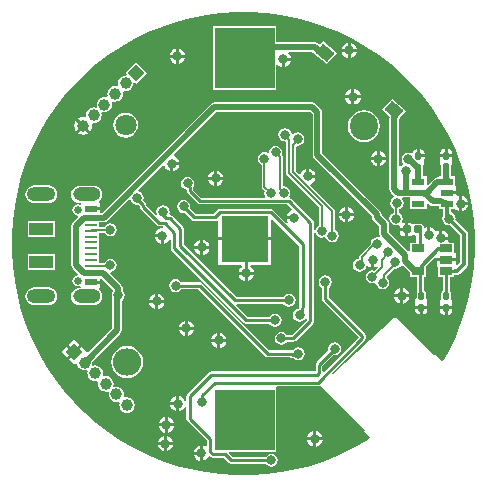
<source format=gbl>
G04*
G04 #@! TF.GenerationSoftware,Altium Limited,Altium Designer,21.0.8 (223)*
G04*
G04 Layer_Physical_Order=2*
G04 Layer_Color=16711680*
%FSLAX25Y25*%
%MOIN*%
G70*
G04*
G04 #@! TF.SameCoordinates,24BCDA9A-42F1-41D6-B0A9-C8EBA0504D6D*
G04*
G04*
G04 #@! TF.FilePolarity,Positive*
G04*
G01*
G75*
%ADD14C,0.01000*%
%ADD15C,0.00591*%
G04:AMPARAMS|DCode=16|XSize=23.62mil|YSize=23.62mil|CornerRadius=2.36mil|HoleSize=0mil|Usage=FLASHONLY|Rotation=270.000|XOffset=0mil|YOffset=0mil|HoleType=Round|Shape=RoundedRectangle|*
%AMROUNDEDRECTD16*
21,1,0.02362,0.01890,0,0,270.0*
21,1,0.01890,0.02362,0,0,270.0*
1,1,0.00472,-0.00945,-0.00945*
1,1,0.00472,-0.00945,0.00945*
1,1,0.00472,0.00945,0.00945*
1,1,0.00472,0.00945,-0.00945*
%
%ADD16ROUNDEDRECTD16*%
%ADD26R,0.04331X0.02362*%
G04:AMPARAMS|DCode=27|XSize=19.68mil|YSize=23.62mil|CornerRadius=1.97mil|HoleSize=0mil|Usage=FLASHONLY|Rotation=0.000|XOffset=0mil|YOffset=0mil|HoleType=Round|Shape=RoundedRectangle|*
%AMROUNDEDRECTD27*
21,1,0.01968,0.01968,0,0,0.0*
21,1,0.01575,0.02362,0,0,0.0*
1,1,0.00394,0.00787,-0.00984*
1,1,0.00394,-0.00787,-0.00984*
1,1,0.00394,-0.00787,0.00984*
1,1,0.00394,0.00787,0.00984*
%
%ADD27ROUNDEDRECTD27*%
%ADD75C,0.01968*%
%ADD76C,0.02362*%
%ADD77C,0.02480*%
%ADD78O,0.09118X0.04559*%
%ADD79O,0.09449X0.04724*%
%ADD80C,0.07087*%
%ADD81C,0.09449*%
%ADD82O,0.09449X0.09055*%
%ADD83C,0.03937*%
%ADD84P,0.05568X4X270.0*%
%ADD85P,0.05568X4X360.0*%
%ADD86C,0.03150*%
%ADD87R,0.03937X0.02047*%
%ADD88R,0.03937X0.01063*%
%ADD89R,0.07874X0.03937*%
%ADD90R,0.15590X0.15590*%
%ADD91R,0.20079X0.20079*%
G04:AMPARAMS|DCode=92|XSize=50mil|YSize=39.37mil|CornerRadius=0mil|HoleSize=0mil|Usage=FLASHONLY|Rotation=320.000|XOffset=0mil|YOffset=0mil|HoleType=Round|Shape=Rectangle|*
%AMROTATEDRECTD92*
4,1,4,-0.03180,0.00099,-0.00650,0.03115,0.03180,-0.00099,0.00650,-0.03115,-0.03180,0.00099,0.0*
%
%ADD92ROTATEDRECTD92*%

%ADD93R,0.04331X0.02559*%
%ADD94C,0.01378*%
G36*
X558468Y313365D02*
X563483Y312704D01*
X568445Y311718D01*
X573332Y310408D01*
X578123Y308782D01*
X582797Y306846D01*
X587334Y304608D01*
X591716Y302079D01*
X595922Y299268D01*
X599936Y296188D01*
X603740Y292852D01*
X607317Y289275D01*
X610653Y285471D01*
X613732Y281458D01*
X616543Y277251D01*
X619073Y272870D01*
X621310Y268332D01*
X623246Y263658D01*
X624873Y258868D01*
X626182Y253981D01*
X627169Y249019D01*
X627829Y244003D01*
X628160Y238955D01*
Y236425D01*
Y233896D01*
X627829Y228847D01*
X627169Y223831D01*
X626182Y218869D01*
X624873Y213983D01*
X623246Y209192D01*
X621310Y204518D01*
X619073Y199981D01*
X617564Y197367D01*
X617068Y197302D01*
X614811Y199560D01*
X614629Y199364D01*
X614129Y199354D01*
X602017Y211466D01*
X601803Y211555D01*
X601594Y211653D01*
X601579Y211647D01*
X601565Y211653D01*
X601351Y211565D01*
X601134Y211486D01*
X580884Y192974D01*
X580538Y193336D01*
X591317Y204115D01*
X591558Y204475D01*
X591643Y204901D01*
X591643Y204901D01*
Y205729D01*
X591558Y206155D01*
X591317Y206515D01*
X591317Y206515D01*
X579261Y218571D01*
Y221761D01*
X579711Y222061D01*
X580189Y222777D01*
X580357Y223622D01*
X580189Y224467D01*
X579711Y225183D01*
X578995Y225662D01*
X578150Y225830D01*
X577305Y225662D01*
X576588Y225183D01*
X576110Y224467D01*
X575942Y223622D01*
X576110Y222777D01*
X576588Y222061D01*
X577038Y221761D01*
Y218110D01*
X577038Y218110D01*
X577122Y217685D01*
X577363Y217324D01*
X589372Y205315D01*
X577677Y193620D01*
X577177Y193827D01*
Y195610D01*
X580806Y199239D01*
X581336Y199133D01*
X582181Y199301D01*
X582897Y199780D01*
X583376Y200496D01*
X583544Y201341D01*
X583376Y202186D01*
X582897Y202902D01*
X582181Y203381D01*
X581336Y203549D01*
X580491Y203381D01*
X579775Y202902D01*
X579296Y202186D01*
X579129Y201341D01*
X579234Y200811D01*
X575279Y196856D01*
X575038Y196496D01*
X574954Y196070D01*
X574954Y196070D01*
Y193849D01*
X574933Y193828D01*
X540158D01*
X540158Y193828D01*
X539732Y193744D01*
X539371Y193503D01*
X539371Y193503D01*
X532186Y186318D01*
X531945Y185957D01*
X531860Y185531D01*
X531860Y185531D01*
Y184171D01*
X531360Y184072D01*
X531237Y184369D01*
X530825Y184907D01*
X530287Y185320D01*
X529660Y185579D01*
X529488Y185602D01*
Y183071D01*
Y180540D01*
X529660Y180562D01*
X530287Y180822D01*
X530825Y181235D01*
X531237Y181772D01*
X531360Y182070D01*
X531860Y181970D01*
Y178051D01*
X531860Y178051D01*
X531945Y177626D01*
X532186Y177265D01*
X538628Y170823D01*
Y169006D01*
X538503Y168944D01*
X538128Y168806D01*
X537554Y169044D01*
X537382Y169067D01*
Y166535D01*
Y164004D01*
X537554Y164027D01*
X538180Y164286D01*
X538718Y164699D01*
X539131Y165237D01*
X539184Y165366D01*
X539774Y165483D01*
X539823Y165434D01*
X539823Y165434D01*
X540184Y165193D01*
X540610Y165109D01*
X544343D01*
X546056Y163395D01*
X546056Y163395D01*
X546417Y163154D01*
X546842Y163069D01*
X546842Y163069D01*
X558304D01*
X558604Y162620D01*
X559320Y162142D01*
X560165Y161974D01*
X561010Y162142D01*
X561726Y162620D01*
X562205Y163336D01*
X562373Y164181D01*
X562205Y165026D01*
X561726Y165742D01*
X561010Y166221D01*
X560165Y166389D01*
X559320Y166221D01*
X558604Y165742D01*
X558304Y165293D01*
X547303D01*
X545982Y166614D01*
X546189Y167114D01*
X561894D01*
Y188374D01*
X561894D01*
X561955Y188849D01*
X575591D01*
X575591Y188849D01*
X576016Y188933D01*
X576303Y189125D01*
X576645Y188975D01*
X576782Y188873D01*
X576849Y188710D01*
X576928Y188492D01*
X576942Y188486D01*
X576948Y188472D01*
X590611Y174809D01*
X591021Y174639D01*
X591102Y174532D01*
X591262Y174164D01*
X591133Y174024D01*
X593038Y172120D01*
X592989Y171622D01*
X591716Y170772D01*
X587334Y168242D01*
X582797Y166005D01*
X578123Y164068D01*
X573332Y162442D01*
X568445Y161133D01*
X563483Y160146D01*
X558468Y159485D01*
X553419Y159155D01*
X548360D01*
X543312Y159485D01*
X538296Y160146D01*
X533334Y161133D01*
X528447Y162442D01*
X523657Y164068D01*
X518983Y166005D01*
X514445Y168242D01*
X510064Y170772D01*
X505857Y173582D01*
X501844Y176662D01*
X498040Y179998D01*
X494462Y183575D01*
X491127Y187379D01*
X488047Y191393D01*
X485236Y195599D01*
X482707Y199981D01*
X480469Y204518D01*
X478533Y209192D01*
X476907Y213983D01*
X475597Y218869D01*
X474610Y223831D01*
X473950Y228847D01*
X473619Y233896D01*
Y236425D01*
Y238955D01*
X473950Y244003D01*
X474610Y249019D01*
X475597Y253981D01*
X476907Y258868D01*
X478533Y263658D01*
X480469Y268332D01*
X482707Y272870D01*
X485236Y277251D01*
X488047Y281458D01*
X491127Y285471D01*
X494462Y289275D01*
X498040Y292852D01*
X501844Y296188D01*
X505857Y299268D01*
X510064Y302079D01*
X514445Y304608D01*
X518983Y306846D01*
X523657Y308782D01*
X528447Y310408D01*
X533334Y311718D01*
X538296Y312704D01*
X543312Y313365D01*
X548360Y313696D01*
X553419D01*
X558468Y313365D01*
D02*
G37*
%LPC*%
G36*
X586639Y303342D02*
Y301310D01*
X588670D01*
X588648Y301483D01*
X588388Y302109D01*
X587976Y302647D01*
X587438Y303060D01*
X586811Y303319D01*
X586639Y303342D01*
D02*
G37*
G36*
X585639D02*
X585467Y303319D01*
X584841Y303060D01*
X584303Y302647D01*
X583890Y302109D01*
X583631Y301483D01*
X583608Y301310D01*
X585639D01*
Y303342D01*
D02*
G37*
G36*
X529375Y301450D02*
Y299419D01*
X531406D01*
X531384Y299591D01*
X531124Y300218D01*
X530711Y300756D01*
X530173Y301168D01*
X529547Y301428D01*
X529375Y301450D01*
D02*
G37*
G36*
X528375D02*
X528203Y301428D01*
X527576Y301168D01*
X527039Y300756D01*
X526626Y300218D01*
X526367Y299591D01*
X526344Y299419D01*
X528375D01*
Y301450D01*
D02*
G37*
G36*
X588670Y300310D02*
X586639D01*
Y298279D01*
X586811Y298302D01*
X587438Y298561D01*
X587976Y298974D01*
X588388Y299512D01*
X588648Y300138D01*
X588670Y300310D01*
D02*
G37*
G36*
X585639D02*
X583608D01*
X583631Y300138D01*
X583890Y299512D01*
X584303Y298974D01*
X584841Y298561D01*
X585467Y298302D01*
X585639Y298279D01*
Y300310D01*
D02*
G37*
G36*
X531406Y298419D02*
X529375D01*
Y296388D01*
X529547Y296411D01*
X530173Y296670D01*
X530711Y297083D01*
X531124Y297621D01*
X531384Y298247D01*
X531406Y298419D01*
D02*
G37*
G36*
X528375D02*
X526344D01*
X526367Y298247D01*
X526626Y297621D01*
X527039Y297083D01*
X527576Y296670D01*
X528203Y296411D01*
X528375Y296388D01*
Y298419D01*
D02*
G37*
G36*
X561894Y308846D02*
X540634D01*
Y287587D01*
X561894D01*
Y295815D01*
X562123Y295955D01*
X562394Y296023D01*
X562861Y295664D01*
X563488Y295404D01*
X563660Y295382D01*
Y297913D01*
X564160D01*
Y298413D01*
X566691D01*
X566668Y298585D01*
X566409Y299212D01*
X565996Y299749D01*
X565848Y299863D01*
X566018Y300363D01*
X573754D01*
X574162Y300121D01*
X578897Y296148D01*
X582187Y300068D01*
X577452Y304042D01*
X576582Y303004D01*
X576082Y302982D01*
X575961Y303104D01*
X575440Y303452D01*
X574825Y303574D01*
X574825Y303574D01*
X561894D01*
Y308846D01*
D02*
G37*
G36*
X566691Y297413D02*
X564660D01*
Y295382D01*
X564832Y295404D01*
X565458Y295664D01*
X565996Y296077D01*
X566409Y296614D01*
X566668Y297241D01*
X566691Y297413D01*
D02*
G37*
G36*
X515169Y297001D02*
X511551Y293382D01*
X512056Y292876D01*
X511823Y292403D01*
X511634Y292428D01*
X510966Y292340D01*
X510343Y292082D01*
X509809Y291672D01*
X509399Y291137D01*
X509141Y290515D01*
X509053Y289847D01*
X509141Y289178D01*
X508767Y288804D01*
X508098Y288892D01*
X507430Y288804D01*
X506808Y288546D01*
X506273Y288136D01*
X505863Y287602D01*
X505605Y286979D01*
X505517Y286311D01*
X505605Y285643D01*
X505231Y285269D01*
X504563Y285357D01*
X503895Y285269D01*
X503272Y285011D01*
X502738Y284601D01*
X502328Y284066D01*
X502070Y283443D01*
X501982Y282775D01*
X502070Y282107D01*
X501695Y281733D01*
X501027Y281821D01*
X500359Y281733D01*
X499737Y281475D01*
X499202Y281065D01*
X498792Y280531D01*
X498534Y279908D01*
X498446Y279240D01*
X498471Y279053D01*
X498436Y278974D01*
X498022Y278629D01*
X497492Y278698D01*
X496717Y278596D01*
X495995Y278297D01*
X495775Y278129D01*
X497845Y276058D01*
X499916Y273987D01*
X500085Y274207D01*
X500384Y274929D01*
X500486Y275704D01*
X500416Y276235D01*
X500762Y276648D01*
X500841Y276683D01*
X501027Y276659D01*
X501695Y276747D01*
X502318Y277005D01*
X502852Y277415D01*
X503263Y277949D01*
X503520Y278572D01*
X503609Y279240D01*
X503520Y279908D01*
X503895Y280282D01*
X504563Y280194D01*
X505231Y280282D01*
X505853Y280540D01*
X506388Y280950D01*
X506798Y281485D01*
X507056Y282107D01*
X507144Y282775D01*
X507056Y283443D01*
X507430Y283818D01*
X508098Y283730D01*
X508767Y283818D01*
X509389Y284076D01*
X509924Y284486D01*
X510334Y285020D01*
X510592Y285643D01*
X510679Y286311D01*
X510592Y286979D01*
X510966Y287353D01*
X511634Y287265D01*
X512302Y287353D01*
X512924Y287611D01*
X513459Y288021D01*
X513869Y288556D01*
X514127Y289178D01*
X514215Y289847D01*
X514190Y290035D01*
X514664Y290269D01*
X515169Y289763D01*
X518788Y293382D01*
X515169Y297001D01*
D02*
G37*
G36*
X587919Y287889D02*
Y285858D01*
X589950D01*
X589927Y286030D01*
X589668Y286656D01*
X589255Y287194D01*
X588717Y287607D01*
X588091Y287866D01*
X587919Y287889D01*
D02*
G37*
G36*
X586919D02*
X586747Y287866D01*
X586120Y287607D01*
X585582Y287194D01*
X585170Y286656D01*
X584910Y286030D01*
X584888Y285858D01*
X586919D01*
Y287889D01*
D02*
G37*
G36*
X573819Y283495D02*
X573819Y283495D01*
X541240D01*
X541240Y283495D01*
X540626Y283373D01*
X540105Y283025D01*
X540105Y283025D01*
X503803Y246724D01*
X503067D01*
Y247532D01*
X500098D01*
Y248532D01*
X503067D01*
Y250055D01*
X502815D01*
X502645Y250555D01*
X502949Y250788D01*
X503409Y251387D01*
X503698Y252085D01*
X503796Y252835D01*
X503698Y253584D01*
X503409Y254282D01*
X502949Y254882D01*
X502349Y255342D01*
X501651Y255631D01*
X500902Y255730D01*
X496343D01*
X495593Y255631D01*
X494895Y255342D01*
X494296Y254882D01*
X493835Y254282D01*
X493546Y253584D01*
X493448Y252835D01*
X493546Y252085D01*
X493835Y251387D01*
X494296Y250788D01*
X494895Y250328D01*
X495593Y250038D01*
X496343Y249940D01*
X496835D01*
X496898Y249686D01*
X496482Y249362D01*
X495768Y249504D01*
X495053Y249362D01*
X494448Y248958D01*
X494043Y248352D01*
X493901Y247638D01*
X494043Y246923D01*
X494448Y246318D01*
X495053Y245913D01*
X495501Y245824D01*
X495666Y245282D01*
X493943Y243559D01*
X493595Y243038D01*
X493473Y242424D01*
X493473Y242424D01*
Y229230D01*
X493473Y229230D01*
X493595Y228615D01*
X493943Y228094D01*
X495666Y226372D01*
X495501Y225829D01*
X495053Y225740D01*
X494448Y225336D01*
X494043Y224730D01*
X493901Y224016D01*
X494043Y223301D01*
X494448Y222696D01*
X495053Y222291D01*
X495768Y222149D01*
X496482Y222291D01*
X496898Y221968D01*
X496835Y221714D01*
X496343D01*
X495593Y221615D01*
X494895Y221326D01*
X494296Y220866D01*
X493835Y220266D01*
X493546Y219568D01*
X493448Y218819D01*
X493546Y218070D01*
X493835Y217372D01*
X494296Y216772D01*
X494895Y216312D01*
X495593Y216023D01*
X496343Y215924D01*
X500902D01*
X501651Y216023D01*
X502349Y216312D01*
X502949Y216772D01*
X503409Y217372D01*
X503698Y218070D01*
X503796Y218819D01*
X503698Y219568D01*
X503409Y220266D01*
X502949Y220866D01*
X502645Y221098D01*
X502815Y221598D01*
X503067D01*
Y223122D01*
X500098D01*
Y224122D01*
X503067D01*
Y224566D01*
X503567Y224773D01*
X507447Y220893D01*
Y220536D01*
X507114Y220038D01*
X506946Y219193D01*
X507114Y218348D01*
X507154Y218288D01*
Y208228D01*
X499031Y200105D01*
X498603Y200280D01*
X496858Y202025D01*
X494759Y199926D01*
X492660Y197827D01*
X494405Y196082D01*
X494880Y196556D01*
X495408Y196377D01*
X495448Y196076D01*
X495706Y195454D01*
X496116Y194919D01*
X496650Y194509D01*
X497273Y194251D01*
X497941Y194163D01*
X498609Y194251D01*
X498983Y193877D01*
X498895Y193209D01*
X498983Y192541D01*
X499241Y191918D01*
X499651Y191384D01*
X500186Y190973D01*
X500808Y190716D01*
X501476Y190628D01*
X502144Y190716D01*
X502519Y190341D01*
X502431Y189673D01*
X502519Y189005D01*
X502777Y188383D01*
X503187Y187848D01*
X503721Y187438D01*
X504344Y187180D01*
X505012Y187092D01*
X505680Y187180D01*
X506054Y186806D01*
X505966Y186138D01*
X506054Y185470D01*
X506312Y184847D01*
X506722Y184312D01*
X507257Y183902D01*
X507879Y183644D01*
X508547Y183556D01*
X509215Y183644D01*
X509590Y183270D01*
X509502Y182602D01*
X509590Y181934D01*
X509848Y181312D01*
X510258Y180777D01*
X510792Y180367D01*
X511415Y180109D01*
X512083Y180021D01*
X512751Y180109D01*
X513374Y180367D01*
X513908Y180777D01*
X514318Y181312D01*
X514576Y181934D01*
X514664Y182602D01*
X514576Y183270D01*
X514318Y183893D01*
X513908Y184427D01*
X513374Y184837D01*
X512751Y185095D01*
X512083Y185183D01*
X511415Y185095D01*
X511041Y185470D01*
X511129Y186138D01*
X511041Y186806D01*
X510783Y187428D01*
X510373Y187963D01*
X509838Y188373D01*
X509215Y188631D01*
X508547Y188719D01*
X507879Y188631D01*
X507505Y189005D01*
X507593Y189673D01*
X507505Y190341D01*
X507247Y190964D01*
X506837Y191498D01*
X506302Y191909D01*
X505680Y192166D01*
X505012Y192254D01*
X504344Y192166D01*
X503969Y192541D01*
X504058Y193209D01*
X503969Y193877D01*
X503712Y194499D01*
X503301Y195034D01*
X502767Y195444D01*
X502144Y195702D01*
X501476Y195790D01*
X500808Y195702D01*
X500434Y196076D01*
X500522Y196744D01*
X500486Y197019D01*
X509895Y206428D01*
X509895Y206428D01*
X510243Y206949D01*
X510365Y207563D01*
X510365Y207563D01*
Y217399D01*
X510715Y217632D01*
X511193Y218348D01*
X511361Y219193D01*
X511193Y220038D01*
X510715Y220754D01*
X510658Y220792D01*
Y221558D01*
X510658Y221558D01*
X510536Y222172D01*
X510188Y222693D01*
X510188Y222693D01*
X506373Y226508D01*
X506611Y226977D01*
X507341Y227123D01*
X508057Y227601D01*
X508536Y228318D01*
X508704Y229163D01*
X508536Y230007D01*
X508057Y230724D01*
X507341Y231202D01*
X506496Y231370D01*
X505651Y231202D01*
X504935Y230724D01*
X504456Y230007D01*
X504446Y229953D01*
X502658D01*
Y231752D01*
Y235689D01*
Y239992D01*
X504594D01*
X504935Y239482D01*
X505651Y239004D01*
X506496Y238836D01*
X507341Y239004D01*
X508057Y239482D01*
X508536Y240198D01*
X508704Y241043D01*
X508536Y241888D01*
X508057Y242604D01*
X507341Y243083D01*
X506496Y243251D01*
X505651Y243083D01*
X504935Y242604D01*
X504456Y241888D01*
X504439Y241799D01*
X502658D01*
Y243513D01*
X504468D01*
X504468Y243512D01*
X505083Y243635D01*
X505604Y243983D01*
X512835Y251214D01*
X513313Y251069D01*
X513374Y250764D01*
X513853Y250048D01*
X514569Y249569D01*
X515414Y249401D01*
X515750Y249468D01*
X516360Y248858D01*
Y248612D01*
X516360Y248612D01*
X516445Y248186D01*
X516686Y247826D01*
X521943Y242568D01*
X521943Y242568D01*
X522304Y242327D01*
X522729Y242242D01*
X523940D01*
X524075Y242057D01*
X523999Y241823D01*
X523819Y241560D01*
X523245Y241485D01*
X522619Y241226D01*
X522081Y240813D01*
X521668Y240275D01*
X521409Y239649D01*
X521386Y239476D01*
X523917D01*
Y238976D01*
X524417D01*
Y236445D01*
X524589Y236468D01*
X525216Y236727D01*
X525754Y237140D01*
X526166Y237678D01*
X526290Y237975D01*
X526790Y237876D01*
Y234843D01*
X526790Y234843D01*
X526874Y234418D01*
X527115Y234057D01*
X551109Y210063D01*
X551109Y210063D01*
X551470Y209822D01*
X551896Y209737D01*
X551896Y209737D01*
X559558D01*
X559858Y209288D01*
X560575Y208810D01*
X561420Y208642D01*
X562264Y208810D01*
X562981Y209288D01*
X563459Y210004D01*
X563627Y210849D01*
X563459Y211694D01*
X562981Y212411D01*
X562264Y212889D01*
X561420Y213057D01*
X560575Y212889D01*
X559858Y212411D01*
X559558Y211961D01*
X552356D01*
X548398Y215920D01*
X548605Y216420D01*
X564190D01*
X564490Y215970D01*
X565206Y215492D01*
X566051Y215324D01*
X566896Y215492D01*
X567612Y215970D01*
X568091Y216687D01*
X568259Y217531D01*
X568091Y218376D01*
X567612Y219093D01*
X566896Y219571D01*
X566051Y219739D01*
X565206Y219571D01*
X564490Y219093D01*
X564190Y218643D01*
X548480D01*
X530998Y236126D01*
Y241449D01*
X530913Y241874D01*
X530672Y242235D01*
X530672Y242235D01*
X527176Y245731D01*
X526815Y245972D01*
X526588Y246017D01*
X526372Y246109D01*
X526224Y246557D01*
X526322Y247047D01*
X526154Y247892D01*
X525675Y248608D01*
X524959Y249087D01*
X524114Y249255D01*
X523269Y249087D01*
X522553Y248608D01*
X522074Y247892D01*
X521906Y247047D01*
X522053Y246310D01*
X521692Y246037D01*
X521641Y246016D01*
X518584Y249072D01*
Y249319D01*
X518584Y249319D01*
X518499Y249744D01*
X518258Y250105D01*
X517478Y250886D01*
X517622Y251609D01*
X517453Y252454D01*
X516975Y253170D01*
X516259Y253649D01*
X515954Y253709D01*
X515809Y254188D01*
X524082Y262460D01*
X524595Y262266D01*
X524803Y261764D01*
X525216Y261226D01*
X525754Y260813D01*
X526380Y260554D01*
X526552Y260531D01*
Y263062D01*
X527052D01*
Y263562D01*
X529583D01*
X529561Y263734D01*
X529301Y264361D01*
X528889Y264899D01*
X528351Y265311D01*
X527848Y265520D01*
X527654Y266033D01*
X541905Y280284D01*
X573154D01*
X573926Y279512D01*
Y266004D01*
X573926Y266004D01*
X574048Y265389D01*
X574396Y264869D01*
X593768Y245496D01*
Y245276D01*
X593768Y245276D01*
X593891Y244661D01*
X594239Y244140D01*
X596229Y242150D01*
Y239469D01*
X596229Y239469D01*
X596351Y238854D01*
X596045Y238413D01*
X595472Y238527D01*
X594628Y238359D01*
X593911Y237880D01*
X593433Y237164D01*
X593268Y236335D01*
X589676Y232742D01*
X589480Y232449D01*
X589411Y232104D01*
Y231430D01*
X588770Y231302D01*
X588054Y230824D01*
X587575Y230107D01*
X587407Y229263D01*
X587575Y228418D01*
X588054Y227701D01*
X588770Y227223D01*
X589615Y227055D01*
X590460Y227223D01*
X591176Y227701D01*
X591655Y228418D01*
X591747Y228884D01*
X591864Y228964D01*
X592293Y229065D01*
X592697Y228755D01*
X593324Y228495D01*
X593496Y228473D01*
Y231004D01*
X594496D01*
Y228473D01*
X594668Y228495D01*
X595295Y228755D01*
X595419Y228850D01*
X595749Y228473D01*
X594674Y227398D01*
X593898Y227552D01*
X593053Y227384D01*
X592337Y226906D01*
X591858Y226190D01*
X591690Y225345D01*
X591858Y224500D01*
X592337Y223783D01*
X593053Y223305D01*
X593898Y223137D01*
X594742Y223305D01*
X595215Y223020D01*
X595303Y222580D01*
X595781Y221864D01*
X596498Y221386D01*
X597342Y221217D01*
X598187Y221386D01*
X598904Y221864D01*
X599382Y222580D01*
X599550Y223425D01*
X599382Y224270D01*
X598904Y224986D01*
X598882Y225001D01*
X598843Y225548D01*
X601323Y228028D01*
X601582Y227976D01*
X602427Y228144D01*
X603143Y228623D01*
X603432Y229055D01*
X604053Y229140D01*
X606276Y226918D01*
Y225449D01*
X608805D01*
Y220494D01*
X608691Y220323D01*
X608630Y220016D01*
Y218229D01*
X608252Y217850D01*
Y216276D01*
X608213Y216079D01*
Y215595D01*
X610220D01*
X612228D01*
Y216079D01*
X612189Y216276D01*
Y217850D01*
X611811Y218229D01*
Y220016D01*
X611750Y220323D01*
X611576Y220583D01*
X611315Y220758D01*
X611029Y220814D01*
Y225449D01*
X611787D01*
Y228742D01*
X614853Y231807D01*
X615315Y231616D01*
Y231559D01*
X618480D01*
X621646D01*
Y233339D01*
X621236D01*
Y236669D01*
X619358D01*
X619074Y237169D01*
X619241Y237572D01*
X619264Y237744D01*
X616732D01*
Y238244D01*
X616232D01*
Y240775D01*
X616060Y240753D01*
X615466Y240507D01*
X615305Y240470D01*
X614895Y240580D01*
X614862Y240659D01*
X614449Y241197D01*
X613911Y241610D01*
X613285Y241869D01*
X613113Y241892D01*
Y239361D01*
X612113D01*
Y241892D01*
X611941Y241869D01*
X611540Y241703D01*
X611040Y241989D01*
Y242087D01*
X610976Y242409D01*
X610793Y242683D01*
X610519Y242865D01*
X610197Y242930D01*
X609711D01*
X609646Y242943D01*
X609580Y242930D01*
X608307D01*
X608261Y242920D01*
X608071Y243110D01*
X606953D01*
X606742Y243251D01*
X606260Y243347D01*
X605815D01*
Y241142D01*
Y238936D01*
X606260D01*
X606742Y239032D01*
X606953Y239173D01*
X608071D01*
X608534Y238929D01*
Y236669D01*
X606276D01*
Y233989D01*
X606133Y233891D01*
X605776Y233798D01*
X599440Y240134D01*
Y242815D01*
X599440Y242815D01*
X599318Y243429D01*
X598970Y243950D01*
X598970Y243950D01*
X596980Y245941D01*
Y246161D01*
X596980Y246162D01*
X596857Y246776D01*
X596509Y247297D01*
X577137Y266669D01*
Y280177D01*
X577015Y280792D01*
X576667Y281312D01*
X576667Y281313D01*
X574954Y283025D01*
X574433Y283373D01*
X573819Y283495D01*
D02*
G37*
G36*
X589950Y284858D02*
X587919D01*
Y282826D01*
X588091Y282849D01*
X588717Y283109D01*
X589255Y283521D01*
X589668Y284059D01*
X589927Y284685D01*
X589950Y284858D01*
D02*
G37*
G36*
X586919D02*
X584888D01*
X584910Y284685D01*
X585170Y284059D01*
X585582Y283521D01*
X586120Y283109D01*
X586747Y282849D01*
X586919Y282826D01*
Y284858D01*
D02*
G37*
G36*
X495068Y277421D02*
X494899Y277202D01*
X494600Y276479D01*
X494498Y275704D01*
X494600Y274929D01*
X494899Y274207D01*
X495068Y273987D01*
X496785Y275704D01*
X495068Y277421D01*
D02*
G37*
G36*
X497492Y274997D02*
X495775Y273280D01*
X495995Y273111D01*
X496717Y272812D01*
X497492Y272710D01*
X498267Y272812D01*
X498989Y273111D01*
X499209Y273280D01*
X497492Y274997D01*
D02*
G37*
G36*
X511614Y280055D02*
X510535Y279913D01*
X509529Y279497D01*
X508666Y278834D01*
X508003Y277971D01*
X507587Y276965D01*
X507445Y275886D01*
X507587Y274807D01*
X508003Y273801D01*
X508666Y272937D01*
X509529Y272275D01*
X510535Y271858D01*
X511614Y271716D01*
X512693Y271858D01*
X513699Y272275D01*
X514563Y272937D01*
X515225Y273801D01*
X515642Y274807D01*
X515784Y275886D01*
X515642Y276965D01*
X515225Y277971D01*
X514563Y278834D01*
X513699Y279497D01*
X512693Y279913D01*
X511614Y280055D01*
D02*
G37*
G36*
X591043Y280853D02*
X589656Y280670D01*
X588363Y280135D01*
X587253Y279283D01*
X586401Y278172D01*
X585865Y276880D01*
X585682Y275492D01*
X585865Y274105D01*
X586401Y272812D01*
X587253Y271702D01*
X588363Y270849D01*
X589656Y270314D01*
X591043Y270131D01*
X592431Y270314D01*
X593724Y270849D01*
X594834Y271702D01*
X595686Y272812D01*
X596221Y274105D01*
X596404Y275492D01*
X596221Y276880D01*
X595686Y278172D01*
X594834Y279283D01*
X593724Y280135D01*
X592431Y280670D01*
X591043Y280853D01*
D02*
G37*
G36*
X564764Y274944D02*
X563919Y274776D01*
X563203Y274297D01*
X562724Y273581D01*
X562556Y272736D01*
X562724Y271891D01*
X563203Y271175D01*
X563919Y270696D01*
X564764Y270529D01*
X565140Y270220D01*
Y260039D01*
X565209Y259694D01*
X565405Y259401D01*
X576092Y248713D01*
Y242525D01*
X575434Y242086D01*
X574956Y241369D01*
X574840Y240790D01*
X574340Y240840D01*
Y243336D01*
X574340Y243336D01*
X574256Y243762D01*
X574015Y244123D01*
X566760Y251377D01*
X566400Y251618D01*
X566385Y251621D01*
X566155Y252176D01*
X566311Y252411D01*
X566479Y253256D01*
X566311Y254101D01*
X565833Y254817D01*
X565117Y255296D01*
X564272Y255464D01*
X563994Y255692D01*
Y265316D01*
X563994Y265317D01*
X563925Y265662D01*
X563729Y265955D01*
X563661Y266023D01*
X563822Y266831D01*
X563654Y267676D01*
X563175Y268392D01*
X562459Y268870D01*
X561614Y269039D01*
X560769Y268870D01*
X560053Y268392D01*
X559575Y267676D01*
X559427Y266932D01*
X559123Y266730D01*
X558930Y266662D01*
X558719Y266804D01*
X557874Y266971D01*
X557029Y266804D01*
X556313Y266325D01*
X555834Y265609D01*
X555666Y264764D01*
X555834Y263919D01*
X556313Y263203D01*
X556971Y262763D01*
Y255315D01*
X557040Y254969D01*
X557235Y254676D01*
X557968Y253943D01*
X557832Y253256D01*
X558000Y252411D01*
X558179Y252143D01*
X557943Y251702D01*
X549789D01*
X549611Y251738D01*
X549611Y251738D01*
X536842D01*
X534222Y254358D01*
Y255087D01*
X534159Y255406D01*
X534323Y255651D01*
X534491Y256496D01*
X534323Y257341D01*
X533845Y258057D01*
X533128Y258536D01*
X532283Y258704D01*
X531439Y258536D01*
X530722Y258057D01*
X530244Y257341D01*
X530076Y256496D01*
X530244Y255651D01*
X530722Y254935D01*
X531439Y254456D01*
X531940Y254357D01*
X531998Y253897D01*
X532083Y253472D01*
X532324Y253111D01*
X535596Y249840D01*
X535596Y249840D01*
X535956Y249599D01*
X536382Y249514D01*
X549469D01*
X549647Y249479D01*
X549647Y249479D01*
X565514D01*
X567041Y247951D01*
X566898Y247387D01*
X566516Y247229D01*
X565979Y246817D01*
X565566Y246279D01*
X565306Y245653D01*
X565284Y245480D01*
X567815D01*
Y244480D01*
X565284D01*
X565306Y244308D01*
X565566Y243682D01*
X565674Y243541D01*
X565413Y243060D01*
X565370Y243063D01*
X560781Y247652D01*
X560420Y247893D01*
X559994Y247978D01*
X559994Y247978D01*
X543017D01*
X543017Y247978D01*
X542591Y247893D01*
X542231Y247652D01*
X542231Y247652D01*
X540820Y246242D01*
X535007D01*
X533094Y248155D01*
X533226Y248819D01*
X533058Y249664D01*
X532580Y250380D01*
X531864Y250859D01*
X531019Y251027D01*
X530174Y250859D01*
X529458Y250380D01*
X528979Y249664D01*
X528811Y248819D01*
X528979Y247974D01*
X529458Y247258D01*
X530174Y246779D01*
X531019Y246611D01*
X531414Y246690D01*
X533760Y244344D01*
X533760Y244344D01*
X534121Y244103D01*
X534547Y244018D01*
X541281D01*
X541281Y244018D01*
X541706Y244103D01*
X541968Y244278D01*
X542469Y244113D01*
Y238480D01*
X551264D01*
X560059D01*
Y244576D01*
X560521Y244767D01*
X569542Y235746D01*
Y215784D01*
X569340Y215482D01*
X569255Y215056D01*
X568955Y214674D01*
X568757Y214634D01*
X568041Y214156D01*
X567562Y213439D01*
X567394Y212595D01*
X567562Y211750D01*
X568041Y211033D01*
X568757Y210555D01*
X569602Y210387D01*
X570447Y210555D01*
X571163Y211033D01*
X571616Y211712D01*
X571653Y211716D01*
X572009Y211480D01*
X572044Y210952D01*
X567052Y205960D01*
X565388D01*
X565088Y206410D01*
X564371Y206888D01*
X563526Y207056D01*
X562681Y206888D01*
X561965Y206410D01*
X561487Y205693D01*
X561319Y204849D01*
X561487Y204004D01*
X561965Y203287D01*
X562681Y202809D01*
X563526Y202641D01*
X564371Y202809D01*
X565088Y203287D01*
X565388Y203737D01*
X567513D01*
X567513Y203737D01*
X567938Y203821D01*
X568299Y204062D01*
X574015Y209778D01*
X574015Y209778D01*
X574256Y210139D01*
X574340Y210564D01*
Y240209D01*
X574840Y240259D01*
X574956Y239680D01*
X575434Y238963D01*
X576150Y238485D01*
X576995Y238317D01*
X577840Y238485D01*
X577998Y238590D01*
X578460Y238399D01*
X578499Y238203D01*
X578977Y237487D01*
X579694Y237008D01*
X580539Y236840D01*
X581383Y237008D01*
X582100Y237487D01*
X582578Y238203D01*
X582746Y239048D01*
X582578Y239893D01*
X582100Y240609D01*
X581442Y241049D01*
Y247215D01*
X581442Y247215D01*
X581373Y247560D01*
X581177Y247853D01*
X573173Y255858D01*
X573318Y256419D01*
X573703Y256579D01*
X574241Y256992D01*
X574654Y257529D01*
X574913Y258156D01*
X574936Y258328D01*
X572405D01*
Y258828D01*
X571905D01*
Y261359D01*
X571733Y261337D01*
X571106Y261077D01*
X570568Y260664D01*
X570156Y260126D01*
X569996Y259741D01*
X569434Y259596D01*
X568324Y260706D01*
Y268710D01*
X568777Y269096D01*
X568996Y269052D01*
X569841Y269220D01*
X570557Y269699D01*
X571036Y270415D01*
X571204Y271260D01*
X571036Y272105D01*
X570557Y272821D01*
X569841Y273300D01*
X568996Y273468D01*
X568151Y273300D01*
X567435Y272821D01*
X566927Y272961D01*
X566804Y273581D01*
X566325Y274297D01*
X565609Y274776D01*
X564764Y274944D01*
D02*
G37*
G36*
X619291Y267953D02*
X619004D01*
Y266248D01*
X620512D01*
Y266732D01*
X620419Y267199D01*
X620154Y267595D01*
X619758Y267860D01*
X619291Y267953D01*
D02*
G37*
G36*
X618004D02*
X617717D01*
X617249Y267860D01*
X616854Y267595D01*
X616589Y267199D01*
X616496Y266732D01*
Y266248D01*
X618004D01*
Y267953D01*
D02*
G37*
G36*
X610039Y267854D02*
X609752D01*
Y266150D01*
X611260D01*
Y266634D01*
X611167Y267101D01*
X610902Y267497D01*
X610506Y267761D01*
X610039Y267854D01*
D02*
G37*
G36*
X596366Y267295D02*
Y265264D01*
X598397D01*
X598375Y265436D01*
X598115Y266062D01*
X597703Y266600D01*
X597165Y267013D01*
X596538Y267272D01*
X596366Y267295D01*
D02*
G37*
G36*
X595366D02*
X595194Y267272D01*
X594568Y267013D01*
X594030Y266600D01*
X593617Y266062D01*
X593358Y265436D01*
X593335Y265264D01*
X595366D01*
Y267295D01*
D02*
G37*
G36*
X598397Y264264D02*
X596366D01*
Y262233D01*
X596538Y262255D01*
X597165Y262515D01*
X597703Y262927D01*
X598115Y263465D01*
X598375Y264092D01*
X598397Y264264D01*
D02*
G37*
G36*
X595366D02*
X593335D01*
X593358Y264092D01*
X593617Y263465D01*
X594030Y262927D01*
X594568Y262515D01*
X595194Y262255D01*
X595366Y262233D01*
Y264264D01*
D02*
G37*
G36*
X529583Y262562D02*
X527552D01*
Y260531D01*
X527724Y260554D01*
X528351Y260813D01*
X528889Y261226D01*
X529301Y261764D01*
X529561Y262390D01*
X529583Y262562D01*
D02*
G37*
G36*
X572905Y261359D02*
Y259328D01*
X574936D01*
X574913Y259500D01*
X574654Y260126D01*
X574241Y260664D01*
X573703Y261077D01*
X573077Y261337D01*
X572905Y261359D01*
D02*
G37*
G36*
X542134Y260700D02*
Y258669D01*
X544165D01*
X544142Y258841D01*
X543883Y259468D01*
X543470Y260006D01*
X542932Y260418D01*
X542306Y260678D01*
X542134Y260700D01*
D02*
G37*
G36*
X541134D02*
X540962Y260678D01*
X540335Y260418D01*
X539797Y260006D01*
X539385Y259468D01*
X539125Y258841D01*
X539103Y258669D01*
X541134D01*
Y260700D01*
D02*
G37*
G36*
X544165Y257669D02*
X542134D01*
Y255638D01*
X542306Y255661D01*
X542932Y255920D01*
X543470Y256333D01*
X543883Y256871D01*
X544142Y257497D01*
X544165Y257669D01*
D02*
G37*
G36*
X541134D02*
X539103D01*
X539125Y257497D01*
X539385Y256871D01*
X539797Y256333D01*
X540335Y255920D01*
X540962Y255661D01*
X541134Y255638D01*
Y257669D01*
D02*
G37*
G36*
X623823Y252318D02*
Y250287D01*
X625854D01*
X625832Y250459D01*
X625572Y251086D01*
X625159Y251624D01*
X624621Y252036D01*
X623995Y252296D01*
X623823Y252318D01*
D02*
G37*
G36*
X485925Y255813D02*
X481201D01*
X480430Y255711D01*
X479712Y255414D01*
X479095Y254941D01*
X478622Y254324D01*
X478324Y253606D01*
X478223Y252835D01*
X478324Y252064D01*
X478622Y251345D01*
X479095Y250729D01*
X479712Y250255D01*
X480430Y249958D01*
X481201Y249856D01*
X485925D01*
X486696Y249958D01*
X487414Y250255D01*
X488031Y250729D01*
X488504Y251345D01*
X488802Y252064D01*
X488903Y252835D01*
X488802Y253606D01*
X488504Y254324D01*
X488031Y254941D01*
X487414Y255414D01*
X486696Y255711D01*
X485925Y255813D01*
D02*
G37*
G36*
X625854Y249287D02*
X623823D01*
Y247256D01*
X623995Y247279D01*
X624621Y247538D01*
X625159Y247951D01*
X625572Y248489D01*
X625832Y249115D01*
X625854Y249287D01*
D02*
G37*
G36*
X600433Y284758D02*
X597144Y280837D01*
X599615Y278763D01*
X599550Y278438D01*
X599550Y278438D01*
Y254570D01*
X599550Y254570D01*
X599673Y253956D01*
X600021Y253435D01*
X601064Y252391D01*
X601072Y252368D01*
X601060Y251958D01*
X601003Y251795D01*
X600506Y251463D01*
X600027Y250746D01*
X599859Y249902D01*
X600027Y249057D01*
X600506Y248340D01*
X601016Y248000D01*
Y246743D01*
X600927Y246725D01*
X600211Y246246D01*
X599732Y245530D01*
X599564Y244685D01*
X599732Y243840D01*
X600211Y243124D01*
X600927Y242645D01*
X601772Y242477D01*
X602617Y242645D01*
X602769Y242747D01*
X603175Y242418D01*
X603110Y242087D01*
Y241642D01*
X604815D01*
Y243347D01*
X604370D01*
X604039Y243281D01*
X603709Y243687D01*
X603811Y243840D01*
X603979Y244685D01*
X603811Y245530D01*
X603333Y246246D01*
X602822Y246587D01*
Y247844D01*
X602912Y247862D01*
X603628Y248340D01*
X604107Y249057D01*
X604275Y249902D01*
X604107Y250746D01*
X603729Y251311D01*
X603938Y251811D01*
X604331D01*
X604331Y251811D01*
X604331Y251811D01*
X606335D01*
X606496Y251378D01*
X606496D01*
Y247835D01*
X612008D01*
Y249641D01*
X612470Y249832D01*
X612847Y249455D01*
X612847Y249455D01*
X613368Y249107D01*
X613982Y248985D01*
X613982Y248985D01*
X615945D01*
Y247835D01*
X617396D01*
Y245697D01*
X617350Y245628D01*
X617182Y244783D01*
X617350Y243939D01*
X617829Y243222D01*
X618545Y242744D01*
X619390Y242576D01*
X619692Y242636D01*
X623105Y239223D01*
Y230233D01*
X622146Y229274D01*
X621646Y229481D01*
Y230559D01*
X618480D01*
X615315D01*
Y228780D01*
X615724D01*
Y225449D01*
X617365D01*
Y220640D01*
X617121Y220477D01*
X616947Y220217D01*
X616886Y219909D01*
Y218122D01*
X616508Y217744D01*
Y216170D01*
X616469Y215972D01*
Y215488D01*
X618476D01*
X620484D01*
Y215972D01*
X620445Y216170D01*
Y217744D01*
X620067Y218122D01*
Y219909D01*
X620006Y220217D01*
X619832Y220477D01*
X619588Y220640D01*
Y225449D01*
X621236D01*
Y225947D01*
X621318Y226014D01*
X622035D01*
X622535Y226114D01*
X622958Y226396D01*
X625332Y228770D01*
X625615Y229194D01*
X625714Y229693D01*
Y239764D01*
X625615Y240263D01*
X625332Y240686D01*
X621537Y244481D01*
X621597Y244783D01*
X621429Y245628D01*
X620951Y246345D01*
X620235Y246823D01*
X620005Y246869D01*
Y247835D01*
X621457D01*
X621457Y247835D01*
Y247835D01*
X621884Y247646D01*
X622024Y247538D01*
X622651Y247279D01*
X622823Y247256D01*
Y249787D01*
Y252318D01*
X622651Y252296D01*
X622366Y252178D01*
X621866Y252512D01*
Y252847D01*
X618701D01*
Y253847D01*
X621866D01*
Y255528D01*
X621457D01*
Y258858D01*
X620110D01*
Y261811D01*
X620094Y261889D01*
Y262614D01*
X620472Y262992D01*
Y264567D01*
X620512Y264764D01*
Y265248D01*
X616496D01*
Y264764D01*
X616535Y264567D01*
Y262992D01*
X616914Y262614D01*
Y261889D01*
X616898Y261811D01*
Y258858D01*
X615945D01*
Y258788D01*
X615551Y258495D01*
X614937Y258373D01*
X614416Y258025D01*
X612470Y256079D01*
X612008Y256271D01*
Y258858D01*
X610858D01*
Y261910D01*
X610842Y261987D01*
Y262515D01*
X611221Y262894D01*
Y264468D01*
X611260Y264665D01*
Y265150D01*
X609252D01*
Y265650D01*
X608752D01*
Y267854D01*
X608465D01*
X607998Y267761D01*
X607602Y267497D01*
X607337Y267101D01*
X607259Y266707D01*
X606872Y266435D01*
X606813Y266403D01*
X606644Y266516D01*
X605799Y266684D01*
X604954Y266516D01*
X604238Y266038D01*
X603759Y265321D01*
X603591Y264476D01*
X603759Y263632D01*
X604030Y263227D01*
X604154Y262833D01*
X603902Y262586D01*
X603459Y262290D01*
X603262Y261995D01*
X602762Y262146D01*
Y277837D01*
X602981Y278165D01*
X602984Y278182D01*
X605168Y280785D01*
X600433Y284758D01*
D02*
G37*
G36*
X585736Y248594D02*
Y246563D01*
X587767D01*
X587745Y246735D01*
X587485Y247361D01*
X587073Y247899D01*
X586535Y248312D01*
X585908Y248571D01*
X585736Y248594D01*
D02*
G37*
G36*
X584736D02*
X584564Y248571D01*
X583938Y248312D01*
X583400Y247899D01*
X582987Y247361D01*
X582728Y246735D01*
X582705Y246563D01*
X584736D01*
Y248594D01*
D02*
G37*
G36*
X587767Y245563D02*
X585736D01*
Y243532D01*
X585908Y243554D01*
X586535Y243814D01*
X587073Y244227D01*
X587485Y244764D01*
X587745Y245391D01*
X587767Y245563D01*
D02*
G37*
G36*
X584736D02*
X582705D01*
X582728Y245391D01*
X582987Y244764D01*
X583400Y244227D01*
X583938Y243814D01*
X584564Y243554D01*
X584736Y243532D01*
Y245563D01*
D02*
G37*
G36*
X604815Y240642D02*
X603110D01*
Y240197D01*
X603206Y239715D01*
X603479Y239306D01*
X603888Y239032D01*
X604370Y238936D01*
X604815D01*
Y240642D01*
D02*
G37*
G36*
X488091Y243898D02*
X479035D01*
Y238779D01*
X488091D01*
Y243898D01*
D02*
G37*
G36*
X617232Y240775D02*
Y238744D01*
X619264D01*
X619241Y238916D01*
X618981Y239543D01*
X618569Y240080D01*
X618031Y240493D01*
X617404Y240753D01*
X617232Y240775D01*
D02*
G37*
G36*
X523417Y238476D02*
X521386D01*
X521409Y238304D01*
X521668Y237678D01*
X522081Y237140D01*
X522619Y236727D01*
X523245Y236468D01*
X523417Y236445D01*
Y238476D01*
D02*
G37*
G36*
X537544Y237732D02*
Y235700D01*
X539576D01*
X539553Y235873D01*
X539293Y236499D01*
X538881Y237037D01*
X538343Y237449D01*
X537716Y237709D01*
X537544Y237732D01*
D02*
G37*
G36*
X536544D02*
X536372Y237709D01*
X535746Y237449D01*
X535208Y237037D01*
X534795Y236499D01*
X534536Y235873D01*
X534513Y235700D01*
X536544D01*
Y237732D01*
D02*
G37*
G36*
X539576Y234700D02*
X537544D01*
Y232669D01*
X537716Y232692D01*
X538343Y232951D01*
X538881Y233364D01*
X539293Y233902D01*
X539553Y234528D01*
X539576Y234700D01*
D02*
G37*
G36*
X536544D02*
X534513D01*
X534536Y234528D01*
X534795Y233902D01*
X535208Y233364D01*
X535746Y232951D01*
X536372Y232692D01*
X536544Y232669D01*
Y234700D01*
D02*
G37*
G36*
X488091Y232874D02*
X479035D01*
Y227756D01*
X488091D01*
Y232874D01*
D02*
G37*
G36*
X560059Y237480D02*
X551264D01*
X542469D01*
Y229185D01*
X550138D01*
X550308Y228685D01*
X549935Y228399D01*
X549523Y227861D01*
X549263Y227235D01*
X549240Y227063D01*
X554303D01*
X554280Y227235D01*
X554021Y227861D01*
X553608Y228399D01*
X553236Y228685D01*
X553406Y229185D01*
X560059D01*
Y237480D01*
D02*
G37*
G36*
X554303Y226063D02*
X552272D01*
Y224032D01*
X552444Y224055D01*
X553070Y224314D01*
X553608Y224727D01*
X554021Y225265D01*
X554280Y225891D01*
X554303Y226063D01*
D02*
G37*
G36*
X551272D02*
X549240D01*
X549263Y225891D01*
X549523Y225265D01*
X549935Y224727D01*
X550473Y224314D01*
X551099Y224055D01*
X551272Y224032D01*
Y226063D01*
D02*
G37*
G36*
X604177Y221504D02*
Y219472D01*
X606208D01*
X606186Y219645D01*
X605926Y220271D01*
X605513Y220809D01*
X604976Y221221D01*
X604349Y221481D01*
X604177Y221504D01*
D02*
G37*
G36*
X603177D02*
X603005Y221481D01*
X602379Y221221D01*
X601841Y220809D01*
X601428Y220271D01*
X601169Y219645D01*
X601146Y219472D01*
X603177D01*
Y221504D01*
D02*
G37*
G36*
X522547Y219657D02*
Y217626D01*
X524578D01*
X524556Y217798D01*
X524296Y218425D01*
X523884Y218962D01*
X523346Y219375D01*
X522719Y219635D01*
X522547Y219657D01*
D02*
G37*
G36*
X521547D02*
X521375Y219635D01*
X520749Y219375D01*
X520211Y218962D01*
X519798Y218425D01*
X519539Y217798D01*
X519516Y217626D01*
X521547D01*
Y219657D01*
D02*
G37*
G36*
X606208Y218472D02*
X604177D01*
Y216441D01*
X604349Y216464D01*
X604976Y216723D01*
X605513Y217136D01*
X605926Y217674D01*
X606186Y218300D01*
X606208Y218472D01*
D02*
G37*
G36*
X603177D02*
X601146D01*
X601169Y218300D01*
X601428Y217674D01*
X601841Y217136D01*
X602379Y216723D01*
X603005Y216464D01*
X603177Y216441D01*
Y218472D01*
D02*
G37*
G36*
X485925Y221797D02*
X481201D01*
X480430Y221696D01*
X479712Y221398D01*
X479095Y220925D01*
X478622Y220308D01*
X478324Y219590D01*
X478223Y218819D01*
X478324Y218048D01*
X478622Y217330D01*
X479095Y216713D01*
X479712Y216240D01*
X480430Y215942D01*
X481201Y215841D01*
X485925D01*
X486696Y215942D01*
X487414Y216240D01*
X488031Y216713D01*
X488504Y217330D01*
X488802Y218048D01*
X488903Y218819D01*
X488802Y219590D01*
X488504Y220308D01*
X488031Y220925D01*
X487414Y221398D01*
X486696Y221696D01*
X485925Y221797D01*
D02*
G37*
G36*
X524578Y216626D02*
X522547D01*
Y214595D01*
X522719Y214617D01*
X523346Y214877D01*
X523884Y215290D01*
X524296Y215827D01*
X524556Y216454D01*
X524578Y216626D01*
D02*
G37*
G36*
X521547D02*
X519516D01*
X519539Y216454D01*
X519798Y215827D01*
X520211Y215290D01*
X520749Y214877D01*
X521375Y214617D01*
X521547Y214595D01*
Y216626D01*
D02*
G37*
G36*
X612228Y214595D02*
X610720D01*
Y212890D01*
X611008D01*
X611475Y212983D01*
X611871Y213247D01*
X612135Y213643D01*
X612228Y214110D01*
Y214595D01*
D02*
G37*
G36*
X609721D02*
X608213D01*
Y214110D01*
X608306Y213643D01*
X608570Y213247D01*
X608966Y212983D01*
X609433Y212890D01*
X609721D01*
Y214595D01*
D02*
G37*
G36*
X620484Y214488D02*
X618976D01*
Y212784D01*
X619264D01*
X619731Y212877D01*
X620127Y213141D01*
X620391Y213537D01*
X620484Y214004D01*
Y214488D01*
D02*
G37*
G36*
X617976D02*
X616469D01*
Y214004D01*
X616562Y213537D01*
X616826Y213141D01*
X617222Y212877D01*
X617689Y212784D01*
X617976D01*
Y214488D01*
D02*
G37*
G36*
X532390Y210700D02*
Y208669D01*
X534421D01*
X534398Y208841D01*
X534139Y209468D01*
X533726Y210006D01*
X533188Y210418D01*
X532562Y210678D01*
X532390Y210700D01*
D02*
G37*
G36*
X531390D02*
X531218Y210678D01*
X530591Y210418D01*
X530053Y210006D01*
X529641Y209468D01*
X529381Y208841D01*
X529359Y208669D01*
X531390D01*
Y210700D01*
D02*
G37*
G36*
X534421Y207669D02*
X532390D01*
Y205638D01*
X532562Y205661D01*
X533188Y205920D01*
X533726Y206333D01*
X534139Y206871D01*
X534398Y207497D01*
X534421Y207669D01*
D02*
G37*
G36*
X531390D02*
X529359D01*
X529381Y207497D01*
X529641Y206871D01*
X530053Y206333D01*
X530591Y205920D01*
X531218Y205661D01*
X531390Y205638D01*
Y207669D01*
D02*
G37*
G36*
X543241Y206672D02*
Y204641D01*
X545272D01*
X545250Y204813D01*
X544990Y205439D01*
X544577Y205977D01*
X544039Y206390D01*
X543413Y206649D01*
X543241Y206672D01*
D02*
G37*
G36*
X542241D02*
X542069Y206649D01*
X541442Y206390D01*
X540905Y205977D01*
X540492Y205439D01*
X540232Y204813D01*
X540210Y204641D01*
X542241D01*
Y206672D01*
D02*
G37*
G36*
X545272Y203641D02*
X543241D01*
Y201610D01*
X543413Y201632D01*
X544039Y201892D01*
X544577Y202305D01*
X544990Y202842D01*
X545250Y203469D01*
X545272Y203641D01*
D02*
G37*
G36*
X542241D02*
X540210D01*
X540232Y203469D01*
X540492Y202842D01*
X540905Y202305D01*
X541442Y201892D01*
X542069Y201632D01*
X542241Y201610D01*
Y203641D01*
D02*
G37*
G36*
X494405Y204478D02*
X492660Y202732D01*
X494405Y200987D01*
X496151Y202732D01*
X494405Y204478D01*
D02*
G37*
G36*
X491953Y202025D02*
X490207Y200280D01*
X491953Y198534D01*
X493698Y200280D01*
X491953Y202025D01*
D02*
G37*
G36*
X528346Y224649D02*
X527502Y224481D01*
X526785Y224002D01*
X526307Y223286D01*
X526139Y222441D01*
X526307Y221596D01*
X526785Y220880D01*
X527502Y220401D01*
X528346Y220233D01*
X529191Y220401D01*
X529908Y220880D01*
X530208Y221329D01*
X535809D01*
X558219Y198918D01*
X558580Y198677D01*
X559006Y198593D01*
X566582D01*
X566897Y198382D01*
X567323Y198298D01*
X567505Y198334D01*
X567632Y198144D01*
X568348Y197665D01*
X569193Y197497D01*
X570038Y197665D01*
X570754Y198144D01*
X571233Y198860D01*
X571401Y199705D01*
X571233Y200550D01*
X570754Y201266D01*
X570038Y201744D01*
X569193Y201912D01*
X568348Y201744D01*
X567632Y201266D01*
X567296Y200763D01*
X567028Y200817D01*
X567028Y200817D01*
X559466D01*
X537056Y223227D01*
X536695Y223468D01*
X536270Y223553D01*
X536270Y223553D01*
X530208D01*
X529908Y224002D01*
X529191Y224481D01*
X528346Y224649D01*
D02*
G37*
G36*
X512106Y202310D02*
X510719Y202127D01*
X509426Y201591D01*
X508316Y200740D01*
X507464Y199629D01*
X506928Y198336D01*
X506745Y196949D01*
X506928Y195561D01*
X507464Y194268D01*
X508316Y193158D01*
X509426Y192306D01*
X510719Y191771D01*
X512106Y191588D01*
X513494Y191771D01*
X514787Y192306D01*
X515897Y193158D01*
X516749Y194268D01*
X517284Y195561D01*
X517467Y196949D01*
X517284Y198336D01*
X516749Y199629D01*
X515897Y200740D01*
X514787Y201591D01*
X513494Y202127D01*
X512106Y202310D01*
D02*
G37*
G36*
X528488Y185602D02*
X528316Y185579D01*
X527690Y185320D01*
X527152Y184907D01*
X526739Y184369D01*
X526480Y183743D01*
X526457Y183571D01*
X528488D01*
Y185602D01*
D02*
G37*
G36*
Y182571D02*
X526457D01*
X526480Y182399D01*
X526739Y181772D01*
X527152Y181235D01*
X527690Y180822D01*
X528316Y180562D01*
X528488Y180540D01*
Y182571D01*
D02*
G37*
G36*
X525700Y178494D02*
Y176462D01*
X527731D01*
X527709Y176635D01*
X527449Y177261D01*
X527036Y177799D01*
X526499Y178211D01*
X525872Y178471D01*
X525700Y178494D01*
D02*
G37*
G36*
X524700D02*
X524528Y178471D01*
X523902Y178211D01*
X523364Y177799D01*
X522951Y177261D01*
X522691Y176635D01*
X522669Y176462D01*
X524700D01*
Y178494D01*
D02*
G37*
G36*
X527731Y175462D02*
X525700D01*
Y173431D01*
X525872Y173454D01*
X526499Y173713D01*
X527036Y174126D01*
X527449Y174664D01*
X527709Y175290D01*
X527731Y175462D01*
D02*
G37*
G36*
X524700D02*
X522669D01*
X522691Y175290D01*
X522951Y174664D01*
X523364Y174126D01*
X523902Y173713D01*
X524528Y173454D01*
X524700Y173431D01*
Y175462D01*
D02*
G37*
G36*
X575222Y173843D02*
Y171811D01*
X577253D01*
X577231Y171984D01*
X576971Y172610D01*
X576559Y173148D01*
X576021Y173560D01*
X575394Y173820D01*
X575222Y173843D01*
D02*
G37*
G36*
X574222D02*
X574050Y173820D01*
X573424Y173560D01*
X572886Y173148D01*
X572473Y172610D01*
X572214Y171984D01*
X572191Y171811D01*
X574222D01*
Y173843D01*
D02*
G37*
G36*
X525405Y172293D02*
Y170262D01*
X527436D01*
X527413Y170434D01*
X527154Y171060D01*
X526741Y171598D01*
X526203Y172011D01*
X525577Y172270D01*
X525405Y172293D01*
D02*
G37*
G36*
X524405D02*
X524233Y172270D01*
X523606Y172011D01*
X523068Y171598D01*
X522656Y171060D01*
X522396Y170434D01*
X522374Y170262D01*
X524405D01*
Y172293D01*
D02*
G37*
G36*
X577253Y170811D02*
X575222D01*
Y168780D01*
X575394Y168803D01*
X576021Y169062D01*
X576559Y169475D01*
X576971Y170013D01*
X577231Y170639D01*
X577253Y170811D01*
D02*
G37*
G36*
X574222D02*
X572191D01*
X572214Y170639D01*
X572473Y170013D01*
X572886Y169475D01*
X573424Y169062D01*
X574050Y168803D01*
X574222Y168780D01*
Y170811D01*
D02*
G37*
G36*
X527436Y169262D02*
X525405D01*
Y167230D01*
X525577Y167253D01*
X526203Y167513D01*
X526741Y167925D01*
X527154Y168463D01*
X527413Y169089D01*
X527436Y169262D01*
D02*
G37*
G36*
X524405D02*
X522374D01*
X522396Y169089D01*
X522656Y168463D01*
X523068Y167925D01*
X523606Y167513D01*
X524233Y167253D01*
X524405Y167230D01*
Y169262D01*
D02*
G37*
G36*
X536382Y169067D02*
X536209Y169044D01*
X535583Y168784D01*
X535045Y168372D01*
X534633Y167834D01*
X534373Y167208D01*
X534350Y167035D01*
X536382D01*
Y169067D01*
D02*
G37*
G36*
Y166035D02*
X534350D01*
X534373Y165863D01*
X534633Y165237D01*
X535045Y164699D01*
X535583Y164286D01*
X536209Y164027D01*
X536382Y164004D01*
Y166035D01*
D02*
G37*
%LPD*%
D14*
X549647Y250590D02*
X565974D01*
X549611Y250626D02*
X549647Y250590D01*
X565974D02*
X573228Y243336D01*
X533111Y253897D02*
X536382Y250626D01*
X549611D01*
X517472Y248612D02*
Y249319D01*
Y248612D02*
X522729Y243354D01*
X515414Y251377D02*
Y251609D01*
Y251377D02*
X517472Y249319D01*
X500098Y223622D02*
X501043D01*
X500098Y248031D02*
X501043D01*
X532283Y255914D02*
X533111Y255087D01*
Y253897D02*
Y255087D01*
X532283Y255914D02*
Y256496D01*
X531019Y248658D02*
X534547Y245130D01*
X531019Y248658D02*
Y248819D01*
X524114Y245965D02*
Y247047D01*
Y245965D02*
X525029Y245050D01*
X573228Y210564D02*
Y243336D01*
X563526Y204849D02*
X567513D01*
X573228Y210564D01*
X543017Y246866D02*
X559994D01*
X570653Y215342D02*
Y236207D01*
X559994Y246866D02*
X570653Y236207D01*
X618275Y234594D02*
X618480Y234799D01*
X609646Y235413D02*
Y241831D01*
X609031Y234799D02*
X609646Y235413D01*
X609031Y227319D02*
X609138D01*
X609917Y219688D02*
Y226539D01*
X609138Y227319D02*
X609917Y226539D01*
X525029Y244945D02*
Y245050D01*
X527902Y234843D02*
Y240070D01*
X522729Y243354D02*
X524617D01*
X527902Y240070D01*
X534547Y245130D02*
X541281D01*
X543017Y246866D01*
X525029Y244945D02*
X526390D01*
X576066Y193388D02*
Y196070D01*
X575394Y192717D02*
X576066Y193388D01*
Y196070D02*
X581336Y201341D01*
X578150Y218110D02*
X590531Y205729D01*
X578150Y218110D02*
Y223622D01*
X551772Y226563D02*
Y237472D01*
X551264Y237980D02*
X551772Y237472D01*
X529886Y235665D02*
Y241449D01*
X548020Y217531D02*
X566051D01*
X529886Y235665D02*
X548020Y217531D01*
X527902Y234843D02*
X551896Y210849D01*
X561420D01*
X526390Y244945D02*
X529886Y241449D01*
X532972Y185531D02*
X540158Y192717D01*
X537231Y185889D02*
X541302Y189961D01*
X537231Y183670D02*
Y185889D01*
X559006Y199705D02*
X567028D01*
X567323Y199409D01*
X528346Y222441D02*
X536270D01*
X559006Y199705D01*
X569602Y212595D02*
X570367Y213360D01*
Y215056D02*
X570653Y215342D01*
X570367Y213360D02*
Y215056D01*
X539740Y167090D02*
Y171283D01*
X546842Y164181D02*
X560165D01*
X532972Y178051D02*
Y185531D01*
X544803Y166220D02*
X546842Y164181D01*
X532972Y178051D02*
X539740Y171283D01*
Y167090D02*
X540610Y166220D01*
X544803D01*
X590531Y204901D02*
Y205729D01*
X575591Y189961D02*
X590531Y204901D01*
X541302Y189961D02*
X575591D01*
X540158Y192717D02*
X575394D01*
X618480Y227319D02*
X621318D01*
X618476Y227315D02*
X618480Y227319D01*
X618476Y220303D02*
Y227315D01*
D15*
X597235Y228682D02*
Y230916D01*
X593898Y225345D02*
X597235Y228682D01*
X589615Y229955D02*
X590314Y230654D01*
Y232104D01*
X594040Y235829D02*
X594983D01*
X590314Y232104D02*
X594040Y235829D01*
X589615Y229263D02*
Y229955D01*
X594983Y235829D02*
X595472Y236319D01*
X597342Y223425D02*
X597832Y223915D01*
Y225814D01*
X601582Y229564D01*
X597235Y231123D02*
X597364Y231284D01*
X597235Y230916D02*
X597235Y231123D01*
X597364Y231284D02*
X599167Y233551D01*
X601582Y229564D02*
Y230184D01*
X601772Y244685D02*
X601919Y244833D01*
Y249754D01*
X602067Y249902D01*
X559933Y253256D02*
X560039D01*
X564272D02*
Y253594D01*
X557874Y255315D02*
X559933Y253256D01*
X500211Y229050D02*
X506383D01*
X506496Y229163D01*
X566043Y260039D02*
X576995Y249088D01*
X564764Y272390D02*
Y272736D01*
Y272390D02*
X566043Y271111D01*
Y260039D02*
Y271111D01*
X567421Y260332D02*
X580539Y247215D01*
X567421Y260332D02*
Y269355D01*
X568996Y270930D01*
Y271260D01*
X580539Y239048D02*
Y247215D01*
X576995Y240525D02*
Y249088D01*
X563091Y254775D02*
X564272Y253594D01*
X563091Y254775D02*
Y265317D01*
X561614Y266793D02*
X563091Y265317D01*
X561614Y266793D02*
Y266831D01*
X557874Y255315D02*
Y264764D01*
X500098Y228937D02*
X500211Y229050D01*
X506348Y240896D02*
X506496Y241043D01*
X500098Y240748D02*
X500246Y240896D01*
X506348D01*
D16*
X609252Y241142D02*
D03*
X605315D02*
D03*
D26*
X609252Y257087D02*
D03*
Y249606D02*
D03*
X618701D02*
D03*
Y253346D02*
D03*
Y257087D02*
D03*
D27*
X618504Y261811D02*
D03*
Y265748D02*
D03*
X609252Y261713D02*
D03*
Y265650D02*
D03*
X610220Y215094D02*
D03*
Y219032D02*
D03*
X618476Y214988D02*
D03*
Y218925D02*
D03*
D75*
X575531Y266004D02*
X595374Y246162D01*
X597835Y239469D02*
Y242815D01*
X595374Y245276D02*
Y246162D01*
Y245276D02*
X597835Y242815D01*
Y239469D02*
X604732Y232571D01*
X607850Y227614D02*
Y227614D01*
X604732Y230733D02*
X607850Y227614D01*
X604732Y230733D02*
Y232571D01*
X607850Y227614D02*
X608146Y227319D01*
X609031D01*
X608686Y261910D02*
X609252D01*
X605799Y264476D02*
X606119D01*
X609252Y257087D02*
Y261910D01*
X606119Y264476D02*
X608686Y261910D01*
X500138Y245118D02*
X504468D01*
X500059Y245039D02*
X500138Y245118D01*
X504468D02*
X541240Y281890D01*
X573819D01*
X508760Y207563D02*
Y219193D01*
X509053Y219294D02*
X509154Y219193D01*
X500138Y226535D02*
X504075D01*
X500059Y226614D02*
X500138Y226535D01*
X504075D02*
X509053Y221558D01*
Y219294D02*
Y221558D01*
X555016Y301969D02*
X574825D01*
X576699Y300095D01*
X495079Y229230D02*
X497694Y226614D01*
X500059D01*
X495079Y229230D02*
Y242424D01*
X497694Y245039D01*
X500059D01*
X612078Y253417D02*
X615551Y256890D01*
X611156Y253417D02*
X612078D01*
X601156Y279121D02*
Y280811D01*
Y278438D02*
X601498Y278780D01*
X601156Y254570D02*
X602309Y253417D01*
X601156Y279121D02*
X601498Y278780D01*
X602309Y253417D02*
X604331D01*
X601156Y254570D02*
Y278438D01*
X604331Y253417D02*
X611156D01*
X604331D02*
X605020Y254106D01*
Y260728D01*
X615551Y256890D02*
X618907D01*
X618504Y257283D02*
X618701Y257087D01*
X618504Y257283D02*
Y261811D01*
X616732Y250591D02*
X617126Y250197D01*
X613982Y250591D02*
X616732D01*
X611156Y253417D02*
X613982Y250591D01*
X617520Y249803D02*
X618504D01*
X618701Y249606D01*
X618907Y256890D02*
X619301Y257283D01*
X575531Y266004D02*
Y280177D01*
X573819Y281890D02*
X575531Y280177D01*
X497941Y196744D02*
X508760Y207563D01*
X551264Y298217D02*
X555016Y301969D01*
X576699Y300095D02*
X578175D01*
D76*
X495768Y247638D02*
D03*
D77*
D03*
Y224016D02*
D03*
D78*
X498622Y218819D02*
D03*
Y252835D02*
D03*
D79*
X483563Y218819D02*
D03*
Y252835D02*
D03*
D80*
X511614Y275886D02*
D03*
D81*
X591043Y275492D02*
D03*
D82*
X512106Y196949D02*
D03*
D83*
X497492Y275704D02*
D03*
X501027Y279240D02*
D03*
X504563Y282775D02*
D03*
X508098Y286311D02*
D03*
X511634Y289847D02*
D03*
X512083Y182602D02*
D03*
X508547Y186138D02*
D03*
X505012Y189673D02*
D03*
X501476Y193209D02*
D03*
X497941Y196744D02*
D03*
D84*
X515169Y293382D02*
D03*
D85*
X494405Y200280D02*
D03*
D86*
X623323Y249787D02*
D03*
X524905Y169762D02*
D03*
X525200Y175962D02*
D03*
X528988Y183071D02*
D03*
X593898Y225345D02*
D03*
X597342Y223425D02*
D03*
X599167Y233551D02*
D03*
X595472Y236319D02*
D03*
X601582Y230184D02*
D03*
X593996Y231004D02*
D03*
X601772Y244685D02*
D03*
X602067Y249902D02*
D03*
X616732Y238244D02*
D03*
X605799Y264476D02*
D03*
X589615Y229263D02*
D03*
X560039Y253256D02*
D03*
X564272D02*
D03*
X585236Y246063D02*
D03*
X567815Y244980D02*
D03*
X541634Y258169D02*
D03*
X515414Y251609D02*
D03*
X527052Y263062D02*
D03*
X506496Y229163D02*
D03*
X532283Y256496D02*
D03*
X531019Y248819D02*
D03*
X612613Y239361D02*
D03*
X572405Y258828D02*
D03*
X557874Y264764D02*
D03*
X561614Y266831D02*
D03*
X564764Y272736D02*
D03*
X580539Y239048D02*
D03*
X576995Y240525D02*
D03*
X568996Y271260D02*
D03*
X587419Y285358D02*
D03*
X564160Y297913D02*
D03*
X586139Y300810D02*
D03*
X528875Y298919D02*
D03*
X506496Y241043D02*
D03*
X509154Y219193D02*
D03*
X619390Y244783D02*
D03*
X605020Y260728D02*
D03*
X595866Y264764D02*
D03*
X524114Y247047D02*
D03*
X536882Y166535D02*
D03*
X563526Y204849D02*
D03*
X551772Y226563D02*
D03*
X537044Y235200D02*
D03*
X603677Y218972D02*
D03*
X522047Y217126D02*
D03*
X523917Y238976D02*
D03*
X537231Y183670D02*
D03*
X569193Y199705D02*
D03*
X531890Y208169D02*
D03*
X528346Y222441D02*
D03*
X566051Y217531D02*
D03*
X578150Y223622D02*
D03*
X560165Y164181D02*
D03*
X581336Y201341D02*
D03*
X574722Y171311D02*
D03*
X542741Y204141D02*
D03*
X561420Y210849D02*
D03*
X569602Y212595D02*
D03*
D87*
X500098Y223622D02*
D03*
Y248031D02*
D03*
Y226575D02*
D03*
Y245079D02*
D03*
D88*
Y228937D02*
D03*
Y242717D02*
D03*
Y230906D02*
D03*
Y232874D02*
D03*
Y234842D02*
D03*
Y236811D02*
D03*
Y238779D02*
D03*
Y240748D02*
D03*
D89*
X483563Y230315D02*
D03*
Y241339D02*
D03*
D90*
X551264Y237980D02*
D03*
D91*
Y177744D02*
D03*
Y298217D02*
D03*
D92*
X601156Y280811D02*
D03*
X578175Y300095D02*
D03*
D93*
X618480Y234799D02*
D03*
Y231059D02*
D03*
Y227319D02*
D03*
X609031D02*
D03*
Y234799D02*
D03*
D94*
X615794Y234594D02*
X618275D01*
X610320Y227721D02*
Y229119D01*
X615794Y234594D01*
X618701Y245532D02*
Y249606D01*
X619390Y244783D02*
Y244844D01*
X624409Y229693D02*
Y239764D01*
X619390Y244783D02*
X624409Y239764D01*
X618701Y245532D02*
X619390Y244844D01*
X617126Y250197D02*
X617520Y249803D01*
X601156Y280811D02*
X601156D01*
X622035Y227319D02*
X624409Y229693D01*
X621318Y227319D02*
X622035D01*
M02*

</source>
